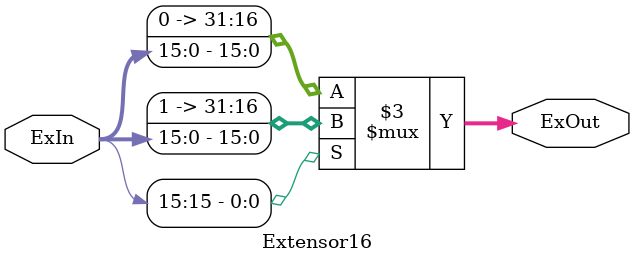
<source format=v>
 module Extensor16 ( ExIn , ExOut ) ;

 input [15:0] ExIn ;
 output reg [31:0] ExOut ;


 always @ (*)
 begin
 if ( ExIn [15])
 ExOut = {16 'b1111111111111111 , ExIn} ;
 else
 ExOut = {16 'b0000000000000000, ExIn} ;
 end

 endmodule

</source>
